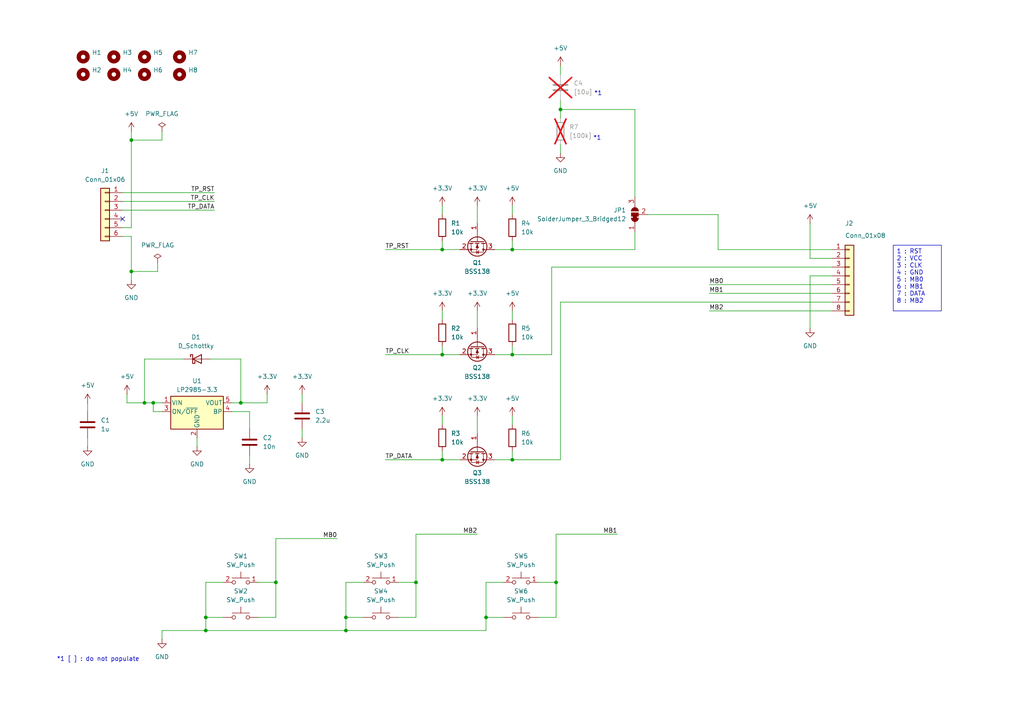
<source format=kicad_sch>
(kicad_sch (version 20250114) (generator "eeschema") (generator_version "9.0")
  (paper "A4")
  (lib_symbols
    (symbol "Connector_Generic:Conn_01x06" (pin_names (offset 1.016) (hide yes))
      (property "Reference" "J" (at 0 7.62 0))
      (property "Value" "Conn_01x06" (at 0 -10.16 0))
      (symbol "Conn_01x06_1_1"
        (rectangle (start -1.27 6.35) (end 1.27 -8.89) (stroke (width 0.254)) (fill (type background)))
        (rectangle (start -1.27 5.207) (end 0 4.953) (stroke (width 0.1524)))
        (rectangle (start -1.27 2.667) (end 0 2.413) (stroke (width 0.1524)))
        (rectangle (start -1.27 0.127) (end 0 -0.127) (stroke (width 0.1524)))
        (rectangle (start -1.27 -2.413) (end 0 -2.667) (stroke (width 0.1524)))
        (rectangle (start -1.27 -4.953) (end 0 -5.207) (stroke (width 0.1524)))
        (rectangle (start -1.27 -7.493) (end 0 -7.747) (stroke (width 0.1524)))
        (pin passive line (at -5.08 5.08 0) (length 3.81) (name "Pin_1") (number "1"))
        (pin passive line (at -5.08 2.54 0) (length 3.81) (name "Pin_2") (number "2"))
        (pin passive line (at -5.08 0 0) (length 3.81) (name "Pin_3") (number "3"))
        (pin passive line (at -5.08 -2.54 0) (length 3.81) (name "Pin_4") (number "4"))
        (pin passive line (at -5.08 -5.08 0) (length 3.81) (name "Pin_5") (number "5"))
        (pin passive line (at -5.08 -7.62 0) (length 3.81) (name "Pin_6") (number "6"))
      )
    )
    (symbol "Connector_Generic:Conn_01x08" (pin_names (offset 1.016) (hide yes))
      (property "Reference" "J" (at 0 10.16 0))
      (property "Value" "Conn_01x08" (at 0 -12.7 0))
      (symbol "Conn_01x08_1_1"
        (rectangle (start -1.27 8.89) (end 1.27 -11.43) (stroke (width 0.254)) (fill (type background)))
        (rectangle (start -1.27 7.747) (end 0 7.493) (stroke (width 0.1524)))
        (rectangle (start -1.27 5.207) (end 0 4.953) (stroke (width 0.1524)))
        (rectangle (start -1.27 2.667) (end 0 2.413) (stroke (width 0.1524)))
        (rectangle (start -1.27 0.127) (end 0 -0.127) (stroke (width 0.1524)))
        (rectangle (start -1.27 -2.413) (end 0 -2.667) (stroke (width 0.1524)))
        (rectangle (start -1.27 -4.953) (end 0 -5.207) (stroke (width 0.1524)))
        (rectangle (start -1.27 -7.493) (end 0 -7.747) (stroke (width 0.1524)))
        (rectangle (start -1.27 -10.033) (end 0 -10.287) (stroke (width 0.1524)))
        (pin passive line (at -5.08 7.62 0) (length 3.81) (name "Pin_1") (number "1"))
        (pin passive line (at -5.08 5.08 0) (length 3.81) (name "Pin_2") (number "2"))
        (pin passive line (at -5.08 2.54 0) (length 3.81) (name "Pin_3") (number "3"))
        (pin passive line (at -5.08 0 0) (length 3.81) (name "Pin_4") (number "4"))
        (pin passive line (at -5.08 -2.54 0) (length 3.81) (name "Pin_5") (number "5"))
        (pin passive line (at -5.08 -5.08 0) (length 3.81) (name "Pin_6") (number "6"))
        (pin passive line (at -5.08 -7.62 0) (length 3.81) (name "Pin_7") (number "7"))
        (pin passive line (at -5.08 -10.16 0) (length 3.81) (name "Pin_8") (number "8"))
      )
    )
    (symbol "Device:C" (pin_numbers (hide yes)) (pin_names (offset 0.254))
      (property "Reference" "C" (at 0.635 2.54 0))
      (property "Value" "C" (at 0.635 -2.54 0))
      (symbol "C_0_1"
        (polyline (pts (xy -2.032 0.762) (xy 2.032 0.762)) (stroke (width 0.508)))
        (polyline (pts (xy -2.032 -0.762) (xy 2.032 -0.762)) (stroke (width 0.508)))
      )
      (symbol "C_1_1"
        (pin passive line (at 0 3.81 270) (length 2.794) (name "~") (number "1"))
        (pin passive line (at 0 -3.81 90) (length 2.794) (name "~") (number "2"))
      )
    )
    (symbol "Device:D_Schottky" (pin_numbers (hide yes)) (pin_names (offset 1.016) (hide yes))
      (property "Reference" "D" (at 0 2.54 0))
      (property "Value" "D_Schottky" (at 0 -2.54 0))
      (symbol "D_Schottky_0_1"
        (polyline (pts (xy -1.905 0.635) (xy -1.905 1.27) (xy -1.27 1.27) (xy -1.27 -1.27) (xy -0.635 -1.27) (xy -0.635 -0.635)) (stroke (width 0.254)))
        (polyline (pts (xy 1.27 1.27) (xy 1.27 -1.27) (xy -1.27 0) (xy 1.27 1.27)) (stroke (width 0.254)))
        (polyline (pts (xy 1.27 0) (xy -1.27 0)))
      )
      (symbol "D_Schottky_1_1"
        (pin passive line (at -3.81 0 0) (length 2.54) (name "K") (number "1"))
        (pin passive line (at 3.81 0 180) (length 2.54) (name "A") (number "2"))
      )
    )
    (symbol "Device:R" (pin_numbers (hide yes)) (pin_names (offset 0))
      (property "Reference" "R" (at 2.032 0 90))
      (property "Value" "R" (at 0 0 90))
      (symbol "R_0_1"
        (rectangle (start -1.016 -2.54) (end 1.016 2.54) (stroke (width 0.254)))
      )
      (symbol "R_1_1"
        (pin passive line (at 0 3.81 270) (length 1.27) (name "~") (number "1"))
        (pin passive line (at 0 -3.81 90) (length 1.27) (name "~") (number "2"))
      )
    )
    (symbol "Jumper:SolderJumper_3_Bridged12" (pin_names (offset 0) (hide yes)) (exclude_from_sim yes) (in_bom no)
      (property "Reference" "JP" (at -2.54 -2.54 0))
      (property "Value" "SolderJumper_3_Bridged12" (at 0 2.794 0))
      (symbol "SolderJumper_3_Bridged12_0_1"
        (polyline (pts (xy -2.54 0) (xy -2.032 0)))
        (polyline (pts (xy -1.016 1.016) (xy -1.016 -1.016)))
        (rectangle (start -1.016 0.508) (end -0.508 -0.508) (fill (type outline)))
        (arc (start -1.016 -1.016) (mid -2.0276 0) (end -1.016 1.016))
        (arc (start -1.016 -1.016) (mid -2.0276 0) (end -1.016 1.016) (fill (type outline)))
        (rectangle (start -0.508 1.016) (end 0.508 -1.016) (fill (type outline)))
        (polyline (pts (xy 0 -1.27) (xy 0 -1.016)))
        (arc (start 1.016 1.016) (mid 2.0276 0) (end 1.016 -1.016))
        (arc (start 1.016 1.016) (mid 2.0276 0) (end 1.016 -1.016) (fill (type outline)))
        (polyline (pts (xy 1.016 1.016) (xy 1.016 -1.016)))
        (polyline (pts (xy 2.54 0) (xy 2.032 0)))
      )
      (symbol "SolderJumper_3_Bridged12_1_1"
        (pin passive line (at -5.08 0 0) (length 2.54) (name "A") (number "1"))
        (pin passive line (at 0 -3.81 90) (length 2.54) (name "C") (number "2"))
        (pin passive line (at 5.08 0 180) (length 2.54) (name "B") (number "3"))
      )
    )
    (symbol "Mechanical:MountingHole" (pin_names (offset 1.016)) (exclude_from_sim yes) (in_bom no)
      (property "Reference" "H" (at 0 5.08 0))
      (property "Value" "MountingHole" (at 0 3.175 0))
      (symbol "MountingHole_0_1"
        (circle (center 0 0) (radius 1.27) (stroke (width 1.27)))
      )
    )
    (symbol "Regulator_Linear:LP2985-3.3" (pin_names (offset 0.254))
      (property "Reference" "U" (at -6.35 5.715 0))
      (property "Value" "LP2985-3.3" (at 0 5.715 0))
      (symbol "LP2985-3.3_0_1"
        (rectangle (start -7.62 -5.08) (end 7.62 4.445) (stroke (width 0.254)) (fill (type background)))
      )
      (symbol "LP2985-3.3_1_1"
        (pin power_in line (at -10.16 2.54 0) (length 2.54) (name "VIN") (number "1"))
        (pin input line (at -10.16 0 0) (length 2.54) (name "ON/~{OFF}") (number "3"))
        (pin power_in line (at 0 -7.62 90) (length 2.54) (name "GND") (number "2"))
        (pin power_out line (at 10.16 2.54 180) (length 2.54) (name "VOUT") (number "5"))
        (pin input line (at 10.16 0 180) (length 2.54) (name "BP") (number "4"))
      )
    )
    (symbol "SW_Push_1" (pin_names (offset 1.016) (hide yes))
      (property "Reference" "SW" (at 1.27 2.54 0))
      (property "Value" "SW_Push" (at 0 -1.524 0))
      (symbol "SW_Push_1_0_1"
        (circle (center -2.032 0) (radius 0.508))
        (polyline (pts (xy 0 1.27) (xy 0 3.048)))
        (circle (center 2.032 0) (radius 0.508))
        (polyline (pts (xy 2.54 1.27) (xy -2.54 1.27)))
        (pin passive line (at -5.08 0 0) (length 2.54) (name "1") (number "1"))
        (pin passive line (at 5.08 0 180) (length 2.54) (name "2") (number "2"))
      )
    )
    (symbol "Switch:SW_Push" (pin_numbers (hide yes)) (pin_names (offset 1.016) (hide yes))
      (property "Reference" "SW" (at 1.27 2.54 0))
      (property "Value" "SW_Push" (at 0 -1.524 0))
      (symbol "SW_Push_0_1"
        (circle (center -2.032 0) (radius 0.508))
        (polyline (pts (xy 0 1.27) (xy 0 3.048)))
        (circle (center 2.032 0) (radius 0.508))
        (polyline (pts (xy 2.54 1.27) (xy -2.54 1.27)))
        (pin passive line (at -5.08 0 0) (length 2.54) (name "1") (number "1"))
        (pin passive line (at 5.08 0 180) (length 2.54) (name "2") (number "2"))
      )
    )
    (symbol "Transistor_FET:BSS138" (pin_names (hide yes))
      (property "Reference" "Q" (at 5.08 1.905 0))
      (property "Value" "BSS138" (at 5.08 0 0))
      (symbol "BSS138_0_1"
        (polyline (pts (xy 0.254 1.905) (xy 0.254 -1.905)) (stroke (width 0.254)))
        (polyline (pts (xy 0.254 0) (xy -2.54 0)))
        (polyline (pts (xy 0.762 2.286) (xy 0.762 1.27)) (stroke (width 0.254)))
        (polyline (pts (xy 0.762 0.508) (xy 0.762 -0.508)) (stroke (width 0.254)))
        (polyline (pts (xy 0.762 -1.27) (xy 0.762 -2.286)) (stroke (width 0.254)))
        (polyline (pts (xy 0.762 -1.778) (xy 3.302 -1.778) (xy 3.302 1.778) (xy 0.762 1.778)))
        (polyline (pts (xy 1.016 0) (xy 2.032 0.381) (xy 2.032 -0.381) (xy 1.016 0)) (fill (type outline)))
        (circle (center 1.651 0) (radius 2.794) (stroke (width 0.254)))
        (polyline (pts (xy 2.54 2.54) (xy 2.54 1.778)))
        (circle (center 2.54 1.778) (radius 0.254) (fill (type outline)))
        (circle (center 2.54 -1.778) (radius 0.254) (fill (type outline)))
        (polyline (pts (xy 2.54 -2.54) (xy 2.54 0) (xy 0.762 0)))
        (polyline (pts (xy 2.794 0.508) (xy 2.921 0.381) (xy 3.683 0.381) (xy 3.81 0.254)))
        (polyline (pts (xy 3.302 0.381) (xy 2.921 -0.254) (xy 3.683 -0.254) (xy 3.302 0.381)))
      )
      (symbol "BSS138_1_1"
        (pin input line (at -5.08 0 0) (length 2.54) (name "G") (number "1"))
        (pin passive line (at 2.54 5.08 270) (length 2.54) (name "D") (number "3"))
        (pin passive line (at 2.54 -5.08 90) (length 2.54) (name "S") (number "2"))
      )
    )
    (symbol "power:+3.3V" (power) (pin_numbers (hide yes)) (pin_names (offset 0) (hide yes))
      (property "Value" "+3.3V" (at 0 3.556 0))
      (symbol "+3.3V_0_1"
        (polyline (pts (xy -0.762 1.27) (xy 0 2.54)))
        (polyline (pts (xy 0 2.54) (xy 0.762 1.27)))
        (polyline (pts (xy 0 0) (xy 0 2.54)))
      )
      (symbol "+3.3V_1_1"
        (pin power_in line (at 0 0 90) (length 0) (name "~") (number "1"))
      )
    )
    (symbol "power:+5V" (power) (pin_numbers (hide yes)) (pin_names (offset 0) (hide yes))
      (property "Value" "+5V" (at 0 3.556 0))
      (symbol "+5V_0_1"
        (polyline (pts (xy -0.762 1.27) (xy 0 2.54)))
        (polyline (pts (xy 0 2.54) (xy 0.762 1.27)))
        (polyline (pts (xy 0 0) (xy 0 2.54)))
      )
      (symbol "+5V_1_1"
        (pin power_in line (at 0 0 90) (length 0) (name "~") (number "1"))
      )
    )
    (symbol "power:GND" (power) (pin_numbers (hide yes)) (pin_names (offset 0) (hide yes))
      (property "Value" "GND" (at 0 -3.81 0))
      (symbol "GND_0_1"
        (polyline (pts (xy 0 0) (xy 0 -1.27) (xy 1.27 -1.27) (xy 0 -2.54) (xy -1.27 -1.27) (xy 0 -1.27)))
      )
      (symbol "GND_1_1"
        (pin power_in line (at 0 0 270) (length 0) (name "~") (number "1"))
      )
    )
    (symbol "power:PWR_FLAG" (power) (pin_numbers (hide yes)) (pin_names (offset 0) (hide yes))
      (property "Value" "PWR_FLAG" (at 0 3.81 0))
      (symbol "PWR_FLAG_0_0"
        (pin power_out line (at 0 0 90) (length 0) (name "~") (number "1"))
      )
      (symbol "PWR_FLAG_0_1"
        (polyline (pts (xy 0 0) (xy 0 1.27) (xy -1.016 1.905) (xy 0 2.54) (xy 1.016 1.905) (xy 0 1.27)))
      )
    )
  )
  (text "*1" (at 173.482 27.178 0) (effects (font (size 1.27 1.27))))
  (text "*1 [ ] : do not populate" (at 28.448 191.262 0) (effects (font (size 1.27 1.27))))
  (text "*1" (at 173.228 40.132 0) (effects (font (size 1.27 1.27))))
  (text_box "1 : RST\n2 : VCC\n3 : CLK\n4 : GND\n5 : MB0\n6 : MB1\n7 : DATA\n8 : MB2" (at 259.08 71.12 0) (size 13.97 19.05) (margins 0.9525 0.9525 0.9525 0.9525) (effects (font (size 1.27 1.27)) (justify left top)))
  (junction (at 128.27 72.39))
  (junction (at 128.27 102.87))
  (junction (at 161.29 168.91))
  (junction (at 100.33 179.07))
  (junction (at 41.91 116.84))
  (junction (at 128.27 133.35))
  (junction (at 69.85 116.84))
  (junction (at 80.01 168.91))
  (junction (at 59.69 182.88))
  (junction (at 100.33 182.88))
  (junction (at 140.97 179.07))
  (junction (at 59.69 179.07))
  (junction (at 162.56 31.75))
  (junction (at 38.1 78.74))
  (junction (at 44.45 116.84))
  (junction (at 148.59 102.87))
  (junction (at 148.59 133.35))
  (junction (at 38.1 40.64))
  (junction (at 148.59 72.39))
  (junction (at 120.65 168.91))
  (no_connect (at 35.56 63.5))
  (wire (pts (xy 87.63 114.3) (xy 87.63 116.84)))
  (wire (pts (xy 184.15 31.75) (xy 184.15 57.15)))
  (wire (pts (xy 234.95 80.01) (xy 241.3 80.01)))
  (wire (pts (xy 162.56 31.75) (xy 162.56 34.29)))
  (wire (pts (xy 69.85 104.14) (xy 69.85 116.84)))
  (wire (pts (xy 35.56 55.88) (xy 62.23 55.88)))
  (wire (pts (xy 148.59 130.81) (xy 148.59 133.35)))
  (wire (pts (xy 35.56 60.96) (xy 62.23 60.96)))
  (wire (pts (xy 46.99 119.38) (xy 44.45 119.38)))
  (wire (pts (xy 38.1 78.74) (xy 45.72 78.74)))
  (wire (pts (xy 138.43 90.17) (xy 138.43 95.25)))
  (wire (pts (xy 148.59 69.85) (xy 148.59 72.39)))
  (wire (pts (xy 67.31 116.84) (xy 69.85 116.84)))
  (wire (pts (xy 138.43 59.69) (xy 138.43 64.77)))
  (wire (pts (xy 46.99 182.88) (xy 59.69 182.88)))
  (wire (pts (xy 162.56 19.05) (xy 162.56 21.59)))
  (wire (pts (xy 72.39 132.08) (xy 72.39 134.62)))
  (wire (pts (xy 128.27 100.33) (xy 128.27 102.87)))
  (wire (pts (xy 64.77 168.91) (xy 59.69 168.91)))
  (wire (pts (xy 162.56 31.75) (xy 184.15 31.75)))
  (wire (pts (xy 115.57 168.91) (xy 120.65 168.91)))
  (wire (pts (xy 74.93 168.91) (xy 80.01 168.91)))
  (wire (pts (xy 148.59 133.35) (xy 143.51 133.35)))
  (wire (pts (xy 160.02 77.47) (xy 241.3 77.47)))
  (wire (pts (xy 46.99 185.42) (xy 46.99 182.88)))
  (wire (pts (xy 162.56 87.63) (xy 241.3 87.63)))
  (wire (pts (xy 38.1 40.64) (xy 46.99 40.64)))
  (wire (pts (xy 35.56 58.42) (xy 62.23 58.42)))
  (wire (pts (xy 234.95 80.01) (xy 234.95 95.25)))
  (wire (pts (xy 148.59 133.35) (xy 162.56 133.35)))
  (wire (pts (xy 156.21 168.91) (xy 161.29 168.91)))
  (wire (pts (xy 161.29 154.94) (xy 179.07 154.94)))
  (wire (pts (xy 44.45 116.84) (xy 46.99 116.84)))
  (wire (pts (xy 148.59 100.33) (xy 148.59 102.87)))
  (wire (pts (xy 140.97 179.07) (xy 146.05 179.07)))
  (wire (pts (xy 162.56 41.91) (xy 162.56 44.45)))
  (wire (pts (xy 156.21 179.07) (xy 161.29 179.07)))
  (wire (pts (xy 45.72 76.2) (xy 45.72 78.74)))
  (wire (pts (xy 187.96 62.23) (xy 208.28 62.23)))
  (wire (pts (xy 67.31 119.38) (xy 72.39 119.38)))
  (wire (pts (xy 77.47 114.3) (xy 77.47 116.84)))
  (wire (pts (xy 46.99 38.1) (xy 46.99 40.64)))
  (wire (pts (xy 59.69 179.07) (xy 64.77 179.07)))
  (wire (pts (xy 162.56 29.21) (xy 162.56 31.75)))
  (wire (pts (xy 208.28 62.23) (xy 208.28 72.39)))
  (wire (pts (xy 234.95 64.77) (xy 234.95 74.93)))
  (wire (pts (xy 35.56 66.04) (xy 38.1 66.04)))
  (wire (pts (xy 128.27 90.17) (xy 128.27 92.71)))
  (wire (pts (xy 148.59 72.39) (xy 184.15 72.39)))
  (wire (pts (xy 41.91 116.84) (xy 44.45 116.84)))
  (wire (pts (xy 148.59 72.39) (xy 143.51 72.39)))
  (wire (pts (xy 36.83 114.3) (xy 36.83 116.84)))
  (wire (pts (xy 100.33 179.07) (xy 105.41 179.07)))
  (wire (pts (xy 36.83 116.84) (xy 41.91 116.84)))
  (wire (pts (xy 69.85 116.84) (xy 77.47 116.84)))
  (wire (pts (xy 53.34 104.14) (xy 41.91 104.14)))
  (wire (pts (xy 128.27 133.35) (xy 133.35 133.35)))
  (wire (pts (xy 59.69 168.91) (xy 59.69 179.07)))
  (wire (pts (xy 74.93 179.07) (xy 80.01 179.07)))
  (wire (pts (xy 128.27 130.81) (xy 128.27 133.35)))
  (wire (pts (xy 148.59 120.65) (xy 148.59 123.19)))
  (wire (pts (xy 100.33 179.07) (xy 100.33 182.88)))
  (wire (pts (xy 128.27 72.39) (xy 133.35 72.39)))
  (wire (pts (xy 25.4 116.84) (xy 25.4 119.38)))
  (wire (pts (xy 100.33 182.88) (xy 140.97 182.88)))
  (wire (pts (xy 146.05 168.91) (xy 140.97 168.91)))
  (wire (pts (xy 161.29 179.07) (xy 161.29 168.91)))
  (wire (pts (xy 87.63 124.46) (xy 87.63 127)))
  (wire (pts (xy 162.56 87.63) (xy 162.56 133.35)))
  (wire (pts (xy 160.02 77.47) (xy 160.02 102.87)))
  (wire (pts (xy 140.97 179.07) (xy 140.97 182.88)))
  (wire (pts (xy 111.76 133.35) (xy 128.27 133.35)))
  (wire (pts (xy 38.1 68.58) (xy 38.1 78.74)))
  (wire (pts (xy 161.29 168.91) (xy 161.29 154.94)))
  (wire (pts (xy 38.1 38.1) (xy 38.1 40.64)))
  (wire (pts (xy 128.27 102.87) (xy 133.35 102.87)))
  (wire (pts (xy 128.27 69.85) (xy 128.27 72.39)))
  (wire (pts (xy 120.65 168.91) (xy 120.65 154.94)))
  (wire (pts (xy 120.65 154.94) (xy 138.43 154.94)))
  (wire (pts (xy 80.01 156.21) (xy 97.79 156.21)))
  (wire (pts (xy 41.91 104.14) (xy 41.91 116.84)))
  (wire (pts (xy 208.28 72.39) (xy 241.3 72.39)))
  (wire (pts (xy 148.59 102.87) (xy 160.02 102.87)))
  (wire (pts (xy 80.01 179.07) (xy 80.01 168.91)))
  (wire (pts (xy 148.59 102.87) (xy 143.51 102.87)))
  (wire (pts (xy 105.41 168.91) (xy 100.33 168.91)))
  (wire (pts (xy 234.95 74.93) (xy 241.3 74.93)))
  (wire (pts (xy 111.76 102.87) (xy 128.27 102.87)))
  (wire (pts (xy 184.15 67.31) (xy 184.15 72.39)))
  (wire (pts (xy 148.59 90.17) (xy 148.59 92.71)))
  (wire (pts (xy 205.74 90.17) (xy 241.3 90.17)))
  (wire (pts (xy 100.33 168.91) (xy 100.33 179.07)))
  (wire (pts (xy 205.74 85.09) (xy 241.3 85.09)))
  (wire (pts (xy 59.69 182.88) (xy 100.33 182.88)))
  (wire (pts (xy 148.59 59.69) (xy 148.59 62.23)))
  (wire (pts (xy 138.43 120.65) (xy 138.43 125.73)))
  (wire (pts (xy 60.96 104.14) (xy 69.85 104.14)))
  (wire (pts (xy 38.1 40.64) (xy 38.1 66.04)))
  (wire (pts (xy 38.1 78.74) (xy 38.1 81.28)))
  (wire (pts (xy 115.57 179.07) (xy 120.65 179.07)))
  (wire (pts (xy 25.4 127) (xy 25.4 129.54)))
  (wire (pts (xy 128.27 59.69) (xy 128.27 62.23)))
  (wire (pts (xy 72.39 119.38) (xy 72.39 124.46)))
  (wire (pts (xy 140.97 168.91) (xy 140.97 179.07)))
  (wire (pts (xy 57.15 127) (xy 57.15 129.54)))
  (wire (pts (xy 80.01 168.91) (xy 80.01 156.21)))
  (wire (pts (xy 120.65 179.07) (xy 120.65 168.91)))
  (wire (pts (xy 35.56 68.58) (xy 38.1 68.58)))
  (wire (pts (xy 59.69 179.07) (xy 59.69 182.88)))
  (wire (pts (xy 205.74 82.55) (xy 241.3 82.55)))
  (wire (pts (xy 128.27 120.65) (xy 128.27 123.19)))
  (wire (pts (xy 44.45 116.84) (xy 44.45 119.38)))
  (wire (pts (xy 111.76 72.39) (xy 128.27 72.39)))
  (label "TP_CLK" (at 111.76 102.87 0))
  (label "TP_DATA" (at 62.23 60.96 180))
  (label "MB0" (at 205.74 82.55 0))
  (label "TP_RST" (at 62.23 55.88 180))
  (label "MB2" (at 205.74 90.17 0))
  (label "TP_CLK" (at 62.23 58.42 180))
  (label "TP_RST" (at 111.76 72.39 0))
  (label "TP_DATA" (at 111.76 133.35 0))
  (label "MB1" (at 179.07 154.94 180))
  (label "MB2" (at 138.43 154.94 180))
  (label "MB0" (at 97.79 156.21 180))
  (label "MB1" (at 205.74 85.09 0))
  (symbol (lib_id "Mechanical:MountingHole") (at 52.07 21.59 0) (unit 1) (exclude_from_sim yes) (in_bom no)
    (property "Reference" "H8" (at 54.61 20.3199 0) (effects (justify left)))
    (property "Value" "MountingHole" (effects (hide yes)))
    (property "Footprint" "MountingHole:MountingHole_2.2mm_M2" (effects (hide yes)))
    (property "Description" "Mounting Hole without connection" (effects (hide yes)))
  )
  (symbol (lib_id "power:PWR_FLAG") (at 46.99 38.1 0) (unit 1)
    (property "Reference" "#FLG02" (effects (hide yes)))
    (property "Value" "PWR_FLAG" (at 46.99 33.02 0))
    (property "Description" "Special symbol for telling ERC where power comes from" (effects (hide yes)))
  )
  (symbol (lib_id "Transistor_FET:BSS138") (at 138.43 100.33 270) (unit 1)
    (property "Reference" "Q2" (at 138.43 106.68 90))
    (property "Value" "BSS138" (at 138.43 109.22 90))
    (property "Footprint" "Package_TO_SOT_SMD:SOT-23" (effects (hide yes)))
    (property "Datasheet" "https://www.onsemi.com/pub/Collateral/BSS138-D.PDF" (effects (hide yes)))
    (property "Description" "50V Vds, 0.22A Id, N-Channel MOSFET, SOT-23" (effects (hide yes)))
  )
  (symbol (lib_id "Jumper:SolderJumper_3_Bridged12") (at 184.15 62.23 90) (unit 1) (exclude_from_sim yes) (in_bom no)
    (property "Reference" "JP1" (at 181.61 60.9599 90) (effects (justify left)))
    (property "Value" "SolderJumper_3_Bridged12" (at 181.61 63.4999 90) (effects (justify left)))
    (property "Footprint" "Jumper:SolderJumper-3_P1.3mm_Bridged12_RoundedPad1.0x1.5mm" (effects (hide yes)))
    (property "Description" "3-pole Solder Jumper, pins 1+2 closed/bridged" (effects (hide yes)))
  )
  (symbol (lib_id "Regulator_Linear:LP2985-3.3") (at 57.15 119.38 0) (unit 1)
    (property "Reference" "U1" (at 57.15 110.49 0))
    (property "Value" "LP2985-3.3" (at 57.15 113.03 0))
    (property "Footprint" "Package_TO_SOT_SMD:SOT-23-5" (effects (hide yes)))
    (property "Datasheet" "http://www.ti.com/lit/ds/symlink/lp2985.pdf" (effects (hide yes)))
    (property "Description" "150mA 16V Low-noise Low-dropout Regulator With Shutdown, 3.3V output voltage, SOT-23-5" (effects (hide yes)))
  )
  (symbol (lib_id "power:+3.3V") (at 138.43 59.69 0) (unit 1)
    (property "Reference" "#PWR015" (effects (hide yes)))
    (property "Value" "+3.3V" (at 138.43 54.61 0))
    (property "Description" "Power symbol creates a global label with name \"+3.3V\"" (effects (hide yes)))
  )
  (symbol (lib_id "power:+3.3V") (at 87.63 114.3 0) (unit 1)
    (property "Reference" "#PWR010" (effects (hide yes)))
    (property "Value" "+3.3V" (at 87.63 109.22 0))
    (property "Description" "Power symbol creates a global label with name \"+3.3V\"" (effects (hide yes)))
  )
  (symbol (lib_id "Mechanical:MountingHole") (at 33.02 21.59 0) (unit 1) (exclude_from_sim yes) (in_bom no)
    (property "Reference" "H4" (at 35.56 20.3199 0) (effects (justify left)))
    (property "Value" "MountingHole" (effects (hide yes)))
    (property "Footprint" "MountingHole:MountingHole_2.2mm_M2" (effects (hide yes)))
    (property "Description" "Mounting Hole without connection" (effects (hide yes)))
  )
  (symbol (lib_id "Connector_Generic:Conn_01x06") (at 30.48 60.96 0) (mirror y) (unit 1)
    (property "Reference" "J1" (at 30.48 49.53 0))
    (property "Value" "Conn_01x06" (at 30.48 52.07 0))
    (property "Footprint" "Connector_JST:JST_PH_S6B-PH-K_1x06_P2.00mm_Horizontal" (effects (hide yes)))
    (property "Description" "Generic connector, single row, 01x06, script generated (kicad-library-utils/schlib/autogen/connector/)" (effects (hide yes)))
  )
  (symbol (lib_id "Device:C") (at 25.4 123.19 0) (unit 1)
    (property "Reference" "C1" (at 29.21 121.9199 0) (effects (justify left)))
    (property "Value" "1u" (at 29.21 124.4599 0) (effects (justify left)))
    (property "Footprint" "Capacitor_SMD:C_0603_1608Metric" (effects (hide yes)))
    (property "Description" "Unpolarized capacitor" (effects (hide yes)))
  )
  (symbol (lib_id "Mechanical:MountingHole") (at 41.91 16.51 0) (unit 1) (exclude_from_sim yes) (in_bom no)
    (property "Reference" "H5" (at 44.45 15.2399 0) (effects (justify left)))
    (property "Value" "MountingHole" (effects (hide yes)))
    (property "Footprint" "MountingHole:MountingHole_2.2mm_M2" (effects (hide yes)))
    (property "Description" "Mounting Hole without connection" (effects (hide yes)))
  )
  (symbol (lib_id "Device:C") (at 162.56 25.4 0) (unit 1) (dnp yes)
    (property "Reference" "C4" (at 166.37 24.1299 0) (effects (justify left)))
    (property "Value" "[10u]" (at 166.37 26.6699 0) (effects (justify left)))
    (property "Footprint" "Capacitor_SMD:C_0603_1608Metric" (effects (hide yes)))
    (property "Description" "Unpolarized capacitor" (effects (hide yes)))
  )
  (symbol (lib_id "power:GND") (at 72.39 134.62 0) (unit 1)
    (property "Reference" "#PWR08" (effects (hide yes)))
    (property "Value" "GND" (at 72.39 139.7 0))
    (property "Description" "Power symbol creates a global label with name \"GND\" , ground" (effects (hide yes)))
  )
  (symbol (lib_id "power:+5V") (at 234.95 64.77 0) (unit 1)
    (property "Reference" "#PWR023" (effects (hide yes)))
    (property "Value" "+5V" (at 234.95 59.69 0))
    (property "Description" "Power symbol creates a global label with name \"+5V\"" (effects (hide yes)))
  )
  (symbol (lib_name "SW_Push_1") (lib_id "Switch:SW_Push") (at 151.13 168.91 0) (mirror y) (unit 1)
    (property "Reference" "SW5" (at 151.13 161.29 0))
    (property "Value" "SW_Push" (at 151.13 163.83 0))
    (property "Footprint" "my_keyswitch:SW_Hotswap_Kailh_MX" (effects (hide yes)))
  )
  (symbol (lib_id "Switch:SW_Push") (at 69.85 179.07 0) (unit 1)
    (property "Reference" "SW2" (at 69.85 171.45 0))
    (property "Value" "SW_Push" (at 69.85 173.99 0))
    (property "Footprint" "my_keyswitch:SW_Hotswap_Kailh_Choc_V1V2_no_mp" (effects (hide yes)))
  )
  (symbol (lib_id "power:+5V") (at 148.59 90.17 0) (unit 1)
    (property "Reference" "#PWR019" (effects (hide yes)))
    (property "Value" "+5V" (at 148.59 85.09 0))
    (property "Description" "Power symbol creates a global label with name \"+5V\"" (effects (hide yes)))
  )
  (symbol (lib_id "power:GND") (at 57.15 129.54 0) (unit 1)
    (property "Reference" "#PWR07" (effects (hide yes)))
    (property "Value" "GND" (at 57.15 134.62 0))
    (property "Description" "Power symbol creates a global label with name \"GND\" , ground" (effects (hide yes)))
  )
  (symbol (lib_id "Device:R") (at 148.59 66.04 0) (unit 1)
    (property "Reference" "R4" (at 151.13 64.7699 0) (effects (justify left)))
    (property "Value" "10k" (at 151.13 67.3099 0) (effects (justify left)))
    (property "Footprint" "Resistor_SMD:R_0603_1608Metric" (effects (hide yes)))
    (property "Description" "Resistor" (effects (hide yes)))
  )
  (symbol (lib_id "Mechanical:MountingHole") (at 24.13 21.59 0) (unit 1) (exclude_from_sim yes) (in_bom no)
    (property "Reference" "H2" (at 26.67 20.3199 0) (effects (justify left)))
    (property "Value" "MountingHole" (effects (hide yes)))
    (property "Footprint" "MountingHole:MountingHole_2.2mm_M2" (effects (hide yes)))
    (property "Description" "Mounting Hole without connection" (effects (hide yes)))
  )
  (symbol (lib_id "power:+5V") (at 25.4 116.84 0) (unit 1)
    (property "Reference" "#PWR01" (effects (hide yes)))
    (property "Value" "+5V" (at 25.4 111.76 0))
    (property "Description" "Power symbol creates a global label with name \"+5V\"" (effects (hide yes)))
  )
  (symbol (lib_id "power:+3.3V") (at 138.43 90.17 0) (unit 1)
    (property "Reference" "#PWR016" (effects (hide yes)))
    (property "Value" "+3.3V" (at 138.43 85.09 0))
    (property "Description" "Power symbol creates a global label with name \"+3.3V\"" (effects (hide yes)))
  )
  (symbol (lib_id "power:+5V") (at 38.1 38.1 0) (unit 1)
    (property "Reference" "#PWR04" (effects (hide yes)))
    (property "Value" "+5V" (at 38.1 33.02 0))
    (property "Description" "Power symbol creates a global label with name \"+5V\"" (effects (hide yes)))
  )
  (symbol (lib_id "power:+5V") (at 36.83 114.3 0) (unit 1)
    (property "Reference" "#PWR03" (effects (hide yes)))
    (property "Value" "+5V" (at 36.83 109.22 0))
    (property "Description" "Power symbol creates a global label with name \"+5V\"" (effects (hide yes)))
  )
  (symbol (lib_id "Mechanical:MountingHole") (at 24.13 16.51 0) (unit 1) (exclude_from_sim yes) (in_bom no)
    (property "Reference" "H1" (at 26.67 15.2399 0) (effects (justify left)))
    (property "Value" "MountingHole" (effects (hide yes)))
    (property "Footprint" "MountingHole:MountingHole_2.2mm_M2" (effects (hide yes)))
    (property "Description" "Mounting Hole without connection" (effects (hide yes)))
  )
  (symbol (lib_id "power:+3.3V") (at 128.27 90.17 0) (unit 1)
    (property "Reference" "#PWR013" (effects (hide yes)))
    (property "Value" "+3.3V" (at 128.27 85.09 0))
    (property "Description" "Power symbol creates a global label with name \"+3.3V\"" (effects (hide yes)))
  )
  (symbol (lib_name "SW_Push_1") (lib_id "Switch:SW_Push") (at 110.49 168.91 0) (mirror y) (unit 1)
    (property "Reference" "SW3" (at 110.49 161.29 0))
    (property "Value" "SW_Push" (at 110.49 163.83 0))
    (property "Footprint" "my_keyswitch:SW_Hotswap_Kailh_MX" (effects (hide yes)))
  )
  (symbol (lib_id "power:GND") (at 38.1 81.28 0) (unit 1)
    (property "Reference" "#PWR05" (effects (hide yes)))
    (property "Value" "GND" (at 38.1 86.36 0))
    (property "Description" "Power symbol creates a global label with name \"GND\" , ground" (effects (hide yes)))
  )
  (symbol (lib_id "power:+3.3V") (at 138.43 120.65 0) (unit 1)
    (property "Reference" "#PWR017" (effects (hide yes)))
    (property "Value" "+3.3V" (at 138.43 115.57 0))
    (property "Description" "Power symbol creates a global label with name \"+3.3V\"" (effects (hide yes)))
  )
  (symbol (lib_id "Device:C") (at 87.63 120.65 0) (unit 1)
    (property "Reference" "C3" (at 91.44 119.3799 0) (effects (justify left)))
    (property "Value" "2.2u" (at 91.44 121.9199 0) (effects (justify left)))
    (property "Footprint" "Capacitor_SMD:C_0603_1608Metric" (effects (hide yes)))
    (property "Description" "Unpolarized capacitor" (effects (hide yes)))
  )
  (symbol (lib_id "Connector_Generic:Conn_01x08") (at 246.38 80.01 0) (unit 1)
    (property "Reference" "J2" (at 245.11 64.77 0) (effects (justify left)))
    (property "Value" "Conn_01x08" (at 245.11 68.326 0) (effects (justify left)))
    (property "Footprint" "Connector_JST:JST_PH_S8B-PH-K_1x08_P2.00mm_Horizontal" (effects (hide yes)))
    (property "Description" "Generic connector, single row, 01x08, script generated (kicad-library-utils/schlib/autogen/connector/)" (effects (hide yes)))
  )
  (symbol (lib_id "Device:C") (at 72.39 128.27 0) (unit 1)
    (property "Reference" "C2" (at 76.2 126.9999 0) (effects (justify left)))
    (property "Value" "10n" (at 76.2 129.5399 0) (effects (justify left)))
    (property "Footprint" "Capacitor_SMD:C_0603_1608Metric" (effects (hide yes)))
    (property "Description" "Unpolarized capacitor" (effects (hide yes)))
  )
  (symbol (lib_id "Mechanical:MountingHole") (at 41.91 21.59 0) (unit 1) (exclude_from_sim yes) (in_bom no)
    (property "Reference" "H6" (at 44.45 20.3199 0) (effects (justify left)))
    (property "Value" "MountingHole" (effects (hide yes)))
    (property "Footprint" "MountingHole:MountingHole_2.2mm_M2" (effects (hide yes)))
    (property "Description" "Mounting Hole without connection" (effects (hide yes)))
  )
  (symbol (lib_id "power:+5V") (at 148.59 120.65 0) (unit 1)
    (property "Reference" "#PWR020" (effects (hide yes)))
    (property "Value" "+5V" (at 148.59 115.57 0))
    (property "Description" "Power symbol creates a global label with name \"+5V\"" (effects (hide yes)))
  )
  (symbol (lib_id "Device:R") (at 162.56 38.1 0) (unit 1) (dnp yes)
    (property "Reference" "R7" (at 165.1 36.8299 0) (effects (justify left)))
    (property "Value" "[100k]" (at 165.1 39.3699 0) (effects (justify left)))
    (property "Footprint" "Resistor_SMD:R_0603_1608Metric" (effects (hide yes)))
    (property "Description" "Resistor" (effects (hide yes)))
  )
  (symbol (lib_id "Device:R") (at 148.59 96.52 0) (unit 1)
    (property "Reference" "R5" (at 151.13 95.2499 0) (effects (justify left)))
    (property "Value" "10k" (at 151.13 97.7899 0) (effects (justify left)))
    (property "Footprint" "Resistor_SMD:R_0603_1608Metric" (effects (hide yes)))
    (property "Description" "Resistor" (effects (hide yes)))
  )
  (symbol (lib_id "power:GND") (at 87.63 127 0) (unit 1)
    (property "Reference" "#PWR011" (effects (hide yes)))
    (property "Value" "GND" (at 87.63 132.08 0))
    (property "Description" "Power symbol creates a global label with name \"GND\" , ground" (effects (hide yes)))
  )
  (symbol (lib_id "power:GND") (at 25.4 129.54 0) (unit 1)
    (property "Reference" "#PWR02" (effects (hide yes)))
    (property "Value" "GND" (at 25.4 134.62 0))
    (property "Description" "Power symbol creates a global label with name \"GND\" , ground" (effects (hide yes)))
  )
  (symbol (lib_id "power:PWR_FLAG") (at 45.72 76.2 0) (unit 1)
    (property "Reference" "#FLG01" (effects (hide yes)))
    (property "Value" "PWR_FLAG" (at 45.72 71.12 0))
    (property "Description" "Special symbol for telling ERC where power comes from" (effects (hide yes)))
  )
  (symbol (lib_id "Device:R") (at 128.27 96.52 0) (unit 1)
    (property "Reference" "R2" (at 130.81 95.2499 0) (effects (justify left)))
    (property "Value" "10k" (at 130.81 97.7899 0) (effects (justify left)))
    (property "Footprint" "Resistor_SMD:R_0603_1608Metric" (effects (hide yes)))
    (property "Description" "Resistor" (effects (hide yes)))
  )
  (symbol (lib_id "Transistor_FET:BSS138") (at 138.43 69.85 270) (unit 1)
    (property "Reference" "Q1" (at 138.43 76.2 90))
    (property "Value" "BSS138" (at 138.43 78.74 90))
    (property "Footprint" "Package_TO_SOT_SMD:SOT-23" (effects (hide yes)))
    (property "Datasheet" "https://www.onsemi.com/pub/Collateral/BSS138-D.PDF" (effects (hide yes)))
    (property "Description" "50V Vds, 0.22A Id, N-Channel MOSFET, SOT-23" (effects (hide yes)))
  )
  (symbol (lib_id "Device:R") (at 148.59 127 0) (unit 1)
    (property "Reference" "R6" (at 151.13 125.7299 0) (effects (justify left)))
    (property "Value" "10k" (at 151.13 128.2699 0) (effects (justify left)))
    (property "Footprint" "Resistor_SMD:R_0603_1608Metric" (effects (hide yes)))
    (property "Description" "Resistor" (effects (hide yes)))
  )
  (symbol (lib_id "power:+5V") (at 162.56 19.05 0) (unit 1)
    (property "Reference" "#PWR021" (effects (hide yes)))
    (property "Value" "+5V" (at 162.56 13.97 0))
    (property "Description" "Power symbol creates a global label with name \"+5V\"" (effects (hide yes)))
  )
  (symbol (lib_name "SW_Push_1") (lib_id "Switch:SW_Push") (at 69.85 168.91 0) (mirror y) (unit 1)
    (property "Reference" "SW1" (at 69.85 161.29 0))
    (property "Value" "SW_Push" (at 69.85 163.83 0))
    (property "Footprint" "my_keyswitch:SW_Hotswap_Kailh_MX" (effects (hide yes)))
  )
  (symbol (lib_id "power:+5V") (at 148.59 59.69 0) (unit 1)
    (property "Reference" "#PWR018" (effects (hide yes)))
    (property "Value" "+5V" (at 148.59 54.61 0))
    (property "Description" "Power symbol creates a global label with name \"+5V\"" (effects (hide yes)))
  )
  (symbol (lib_id "power:GND") (at 162.56 44.45 0) (unit 1)
    (property "Reference" "#PWR022" (effects (hide yes)))
    (property "Value" "GND" (at 162.56 49.53 0))
    (property "Description" "Power symbol creates a global label with name \"GND\" , ground" (effects (hide yes)))
  )
  (symbol (lib_id "Switch:SW_Push") (at 110.49 179.07 0) (unit 1)
    (property "Reference" "SW4" (at 110.49 171.45 0))
    (property "Value" "SW_Push" (at 110.49 173.99 0))
    (property "Footprint" "my_keyswitch:SW_Hotswap_Kailh_Choc_V1V2_no_mp" (effects (hide yes)))
  )
  (symbol (lib_id "power:GND") (at 234.95 95.25 0) (unit 1)
    (property "Reference" "#PWR024" (effects (hide yes)))
    (property "Value" "GND" (at 234.95 100.33 0))
    (property "Description" "Power symbol creates a global label with name \"GND\" , ground" (effects (hide yes)))
  )
  (symbol (lib_id "Device:R") (at 128.27 66.04 0) (unit 1)
    (property "Reference" "R1" (at 130.81 64.7699 0) (effects (justify left)))
    (property "Value" "10k" (at 130.81 67.3099 0) (effects (justify left)))
    (property "Footprint" "Resistor_SMD:R_0603_1608Metric" (effects (hide yes)))
    (property "Description" "Resistor" (effects (hide yes)))
  )
  (symbol (lib_id "power:+3.3V") (at 128.27 59.69 0) (unit 1)
    (property "Reference" "#PWR012" (effects (hide yes)))
    (property "Value" "+3.3V" (at 128.27 54.61 0))
    (property "Description" "Power symbol creates a global label with name \"+3.3V\"" (effects (hide yes)))
  )
  (symbol (lib_id "Transistor_FET:BSS138") (at 138.43 130.81 270) (unit 1)
    (property "Reference" "Q3" (at 138.43 137.16 90))
    (property "Value" "BSS138" (at 138.43 139.7 90))
    (property "Footprint" "Package_TO_SOT_SMD:SOT-23" (effects (hide yes)))
    (property "Datasheet" "https://www.onsemi.com/pub/Collateral/BSS138-D.PDF" (effects (hide yes)))
    (property "Description" "50V Vds, 0.22A Id, N-Channel MOSFET, SOT-23" (effects (hide yes)))
  )
  (symbol (lib_id "Mechanical:MountingHole") (at 52.07 16.51 0) (unit 1) (exclude_from_sim yes) (in_bom no)
    (property "Reference" "H7" (at 54.61 15.2399 0) (effects (justify left)))
    (property "Value" "MountingHole" (effects (hide yes)))
    (property "Footprint" "MountingHole:MountingHole_2.2mm_M2" (effects (hide yes)))
    (property "Description" "Mounting Hole without connection" (effects (hide yes)))
  )
  (symbol (lib_id "power:+3.3V") (at 77.47 114.3 0) (unit 1)
    (property "Reference" "#PWR09" (effects (hide yes)))
    (property "Value" "+3.3V" (at 77.47 109.22 0))
    (property "Description" "Power symbol creates a global label with name \"+3.3V\"" (effects (hide yes)))
  )
  (symbol (lib_id "Device:D_Schottky") (at 57.15 104.14 0) (unit 1)
    (property "Reference" "D1" (at 56.8325 97.79 0))
    (property "Value" "D_Schottky" (at 56.8325 100.33 0))
    (property "Footprint" "Diode_SMD:D_SOD-123" (effects (hide yes)))
    (property "Description" "Schottky diode" (effects (hide yes)))
  )
  (symbol (lib_id "power:GND") (at 46.99 185.42 0) (unit 1)
    (property "Reference" "#PWR06" (effects (hide yes)))
    (property "Value" "GND" (at 46.99 190.5 0))
    (property "Description" "Power symbol creates a global label with name \"GND\" , ground" (effects (hide yes)))
  )
  (symbol (lib_id "Mechanical:MountingHole") (at 33.02 16.51 0) (unit 1) (exclude_from_sim yes) (in_bom no)
    (property "Reference" "H3" (at 35.56 15.2399 0) (effects (justify left)))
    (property "Value" "MountingHole" (effects (hide yes)))
    (property "Footprint" "MountingHole:MountingHole_2.2mm_M2" (effects (hide yes)))
    (property "Description" "Mounting Hole without connection" (effects (hide yes)))
  )
  (symbol (lib_id "power:+3.3V") (at 128.27 120.65 0) (unit 1)
    (property "Reference" "#PWR014" (effects (hide yes)))
    (property "Value" "+3.3V" (at 128.27 115.57 0))
    (property "Description" "Power symbol creates a global label with name \"+3.3V\"" (effects (hide yes)))
  )
  (symbol (lib_id "Device:R") (at 128.27 127 0) (unit 1)
    (property "Reference" "R3" (at 130.81 125.7299 0) (effects (justify left)))
    (property "Value" "10k" (at 130.81 128.2699 0) (effects (justify left)))
    (property "Footprint" "Resistor_SMD:R_0603_1608Metric" (effects (hide yes)))
    (property "Description" "Resistor" (effects (hide yes)))
  )
  (symbol (lib_id "Switch:SW_Push") (at 151.13 179.07 0) (unit 1)
    (property "Reference" "SW6" (at 151.13 171.45 0))
    (property "Value" "SW_Push" (at 151.13 173.99 0))
    (property "Footprint" "my_keyswitch:SW_Hotswap_Kailh_Choc_V1V2_no_mp" (effects (hide yes)))
  )
)
</source>
